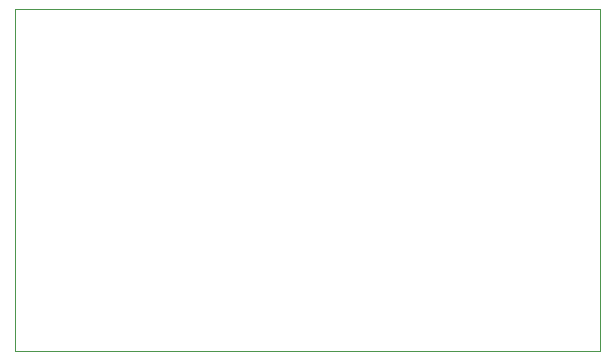
<source format=gbr>
%TF.GenerationSoftware,KiCad,Pcbnew,6.0.5+dfsg-1~bpo11+1*%
%TF.CreationDate,2022-07-20T16:46:59+00:00*%
%TF.ProjectId,xESC2,78455343-322e-46b6-9963-61645f706362,rev?*%
%TF.SameCoordinates,Original*%
%TF.FileFunction,Profile,NP*%
%FSLAX46Y46*%
G04 Gerber Fmt 4.6, Leading zero omitted, Abs format (unit mm)*
G04 Created by KiCad (PCBNEW 6.0.5+dfsg-1~bpo11+1) date 2022-07-20 16:46:59*
%MOMM*%
%LPD*%
G01*
G04 APERTURE LIST*
%TA.AperFunction,Profile*%
%ADD10C,0.050000*%
%TD*%
G04 APERTURE END LIST*
D10*
X229000000Y-103900000D02*
X278500000Y-103900000D01*
X278500000Y-103900000D02*
X278500000Y-132900000D01*
X229000000Y-132900000D02*
X229000000Y-103900000D01*
X278500000Y-132900000D02*
X229000000Y-132900000D01*
M02*

</source>
